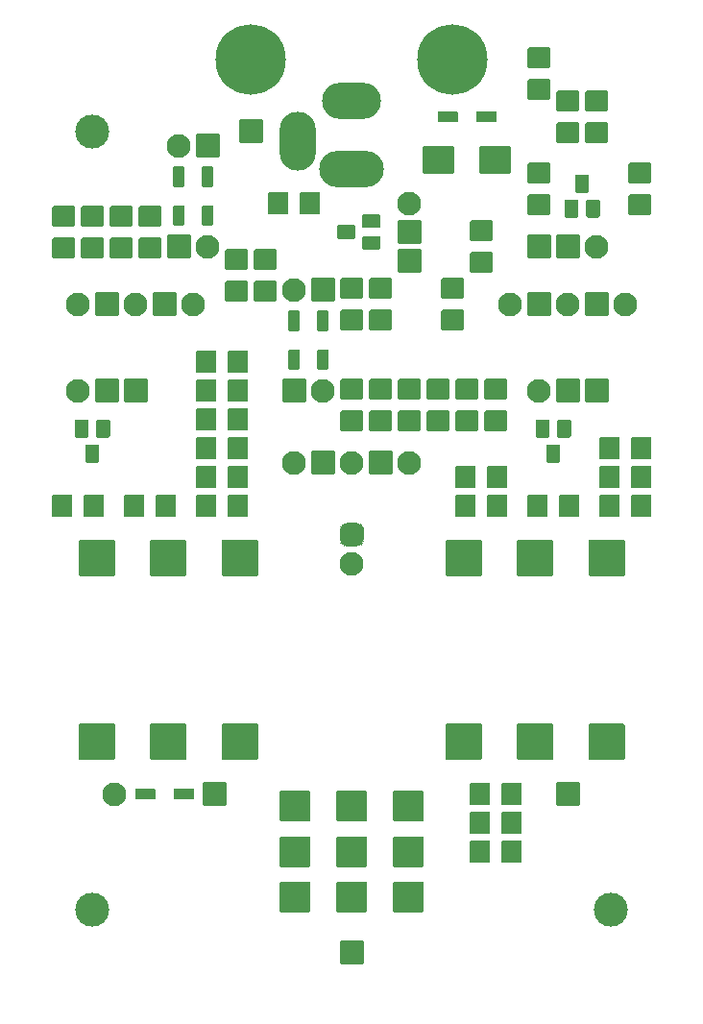
<source format=gbr>
G04 #@! TF.GenerationSoftware,KiCad,Pcbnew,5.1.12-84ad8e8a86~92~ubuntu20.04.1*
G04 #@! TF.CreationDate,2024-08-07T09:27:01+00:00*
G04 #@! TF.ProjectId,___-1.30.B-1,221a1f2d-312e-4333-902e-422d312e6b69,3B*
G04 #@! TF.SameCoordinates,Original*
G04 #@! TF.FileFunction,Soldermask,Top*
G04 #@! TF.FilePolarity,Negative*
%FSLAX46Y46*%
G04 Gerber Fmt 4.6, Leading zero omitted, Abs format (unit mm)*
G04 Created by KiCad (PCBNEW 5.1.12-84ad8e8a86~92~ubuntu20.04.1) date 2024-08-07 09:27:01*
%MOMM*%
%LPD*%
G01*
G04 APERTURE LIST*
%ADD10C,2.100000*%
%ADD11C,3.000000*%
%ADD12O,5.700000X3.200000*%
%ADD13O,3.200000X5.200000*%
%ADD14O,5.200000X3.200000*%
%ADD15C,6.200000*%
%ADD16C,0.100000*%
G04 APERTURE END LIST*
G36*
G01*
X86300000Y-162960000D02*
X86300000Y-162160000D01*
G75*
G02*
X86400000Y-162060000I100000J0D01*
G01*
X88000000Y-162060000D01*
G75*
G02*
X88100000Y-162160000I0J-100000D01*
G01*
X88100000Y-162960000D01*
G75*
G02*
X88000000Y-163060000I-100000J0D01*
G01*
X86400000Y-163060000D01*
G75*
G02*
X86300000Y-162960000I0J100000D01*
G01*
G37*
G36*
G01*
X89700000Y-162960000D02*
X89700000Y-162160000D01*
G75*
G02*
X89800000Y-162060000I100000J0D01*
G01*
X91400000Y-162060000D01*
G75*
G02*
X91500000Y-162160000I0J-100000D01*
G01*
X91500000Y-162960000D01*
G75*
G02*
X91400000Y-163060000I-100000J0D01*
G01*
X89800000Y-163060000D01*
G75*
G02*
X89700000Y-162960000I0J100000D01*
G01*
G37*
D10*
X84455000Y-162560000D03*
G36*
G01*
X92295000Y-163510000D02*
X92295000Y-161610000D01*
G75*
G02*
X92395000Y-161510000I100000J0D01*
G01*
X94295000Y-161510000D01*
G75*
G02*
X94395000Y-161610000I0J-100000D01*
G01*
X94395000Y-163510000D01*
G75*
G02*
X94295000Y-163610000I-100000J0D01*
G01*
X92395000Y-163610000D01*
G75*
G02*
X92295000Y-163510000I0J100000D01*
G01*
G37*
G36*
G01*
X119140000Y-136260000D02*
X119140000Y-138060000D01*
G75*
G02*
X119040000Y-138160000I-100000J0D01*
G01*
X117440000Y-138160000D01*
G75*
G02*
X117340000Y-138060000I0J100000D01*
G01*
X117340000Y-136260000D01*
G75*
G02*
X117440000Y-136160000I100000J0D01*
G01*
X119040000Y-136160000D01*
G75*
G02*
X119140000Y-136260000I0J-100000D01*
G01*
G37*
G36*
G01*
X116340000Y-136260000D02*
X116340000Y-138060000D01*
G75*
G02*
X116240000Y-138160000I-100000J0D01*
G01*
X114640000Y-138160000D01*
G75*
G02*
X114540000Y-138060000I0J100000D01*
G01*
X114540000Y-136260000D01*
G75*
G02*
X114640000Y-136160000I100000J0D01*
G01*
X116240000Y-136160000D01*
G75*
G02*
X116340000Y-136260000I0J-100000D01*
G01*
G37*
X129540000Y-119380000D03*
G36*
G01*
X125950000Y-120330000D02*
X125950000Y-118430000D01*
G75*
G02*
X126050000Y-118330000I100000J0D01*
G01*
X127950000Y-118330000D01*
G75*
G02*
X128050000Y-118430000I0J-100000D01*
G01*
X128050000Y-120330000D01*
G75*
G02*
X127950000Y-120430000I-100000J0D01*
G01*
X126050000Y-120430000D01*
G75*
G02*
X125950000Y-120330000I0J100000D01*
G01*
G37*
X124460000Y-119380000D03*
G36*
G01*
X120870000Y-120330000D02*
X120870000Y-118430000D01*
G75*
G02*
X120970000Y-118330000I100000J0D01*
G01*
X122870000Y-118330000D01*
G75*
G02*
X122970000Y-118430000I0J-100000D01*
G01*
X122970000Y-120330000D01*
G75*
G02*
X122870000Y-120430000I-100000J0D01*
G01*
X120970000Y-120430000D01*
G75*
G02*
X120870000Y-120330000I0J100000D01*
G01*
G37*
X119380000Y-119380000D03*
X110490000Y-133350000D03*
G36*
G01*
X106900000Y-134300000D02*
X106900000Y-132400000D01*
G75*
G02*
X107000000Y-132300000I100000J0D01*
G01*
X108900000Y-132300000D01*
G75*
G02*
X109000000Y-132400000I0J-100000D01*
G01*
X109000000Y-134300000D01*
G75*
G02*
X108900000Y-134400000I-100000J0D01*
G01*
X107000000Y-134400000D01*
G75*
G02*
X106900000Y-134300000I0J100000D01*
G01*
G37*
X105410000Y-133350000D03*
G36*
G01*
X101820000Y-134300000D02*
X101820000Y-132400000D01*
G75*
G02*
X101920000Y-132300000I100000J0D01*
G01*
X103820000Y-132300000D01*
G75*
G02*
X103920000Y-132400000I0J-100000D01*
G01*
X103920000Y-134300000D01*
G75*
G02*
X103820000Y-134400000I-100000J0D01*
G01*
X101920000Y-134400000D01*
G75*
G02*
X101820000Y-134300000I0J100000D01*
G01*
G37*
X100330000Y-133350000D03*
X91440000Y-119380000D03*
G36*
G01*
X87850000Y-120330000D02*
X87850000Y-118430000D01*
G75*
G02*
X87950000Y-118330000I100000J0D01*
G01*
X89850000Y-118330000D01*
G75*
G02*
X89950000Y-118430000I0J-100000D01*
G01*
X89950000Y-120330000D01*
G75*
G02*
X89850000Y-120430000I-100000J0D01*
G01*
X87950000Y-120430000D01*
G75*
G02*
X87850000Y-120330000I0J100000D01*
G01*
G37*
X86360000Y-119380000D03*
G36*
G01*
X82770000Y-120330000D02*
X82770000Y-118430000D01*
G75*
G02*
X82870000Y-118330000I100000J0D01*
G01*
X84770000Y-118330000D01*
G75*
G02*
X84870000Y-118430000I0J-100000D01*
G01*
X84870000Y-120330000D01*
G75*
G02*
X84770000Y-120430000I-100000J0D01*
G01*
X82870000Y-120430000D01*
G75*
G02*
X82770000Y-120330000I0J100000D01*
G01*
G37*
X81280000Y-119380000D03*
D11*
X128270000Y-172720000D03*
X82550000Y-172720000D03*
X82550000Y-104140000D03*
G36*
G01*
X83150000Y-131845000D02*
X83150000Y-133245000D01*
G75*
G02*
X83050000Y-133345000I-100000J0D01*
G01*
X82050000Y-133345000D01*
G75*
G02*
X81950000Y-133245000I0J100000D01*
G01*
X81950000Y-131845000D01*
G75*
G02*
X82050000Y-131745000I100000J0D01*
G01*
X83050000Y-131745000D01*
G75*
G02*
X83150000Y-131845000I0J-100000D01*
G01*
G37*
G36*
G01*
X82200000Y-129645000D02*
X82200000Y-131045000D01*
G75*
G02*
X82100000Y-131145000I-100000J0D01*
G01*
X81100000Y-131145000D01*
G75*
G02*
X81000000Y-131045000I0J100000D01*
G01*
X81000000Y-129645000D01*
G75*
G02*
X81100000Y-129545000I100000J0D01*
G01*
X82100000Y-129545000D01*
G75*
G02*
X82200000Y-129645000I0J-100000D01*
G01*
G37*
G36*
G01*
X84100000Y-129645000D02*
X84100000Y-131045000D01*
G75*
G02*
X84000000Y-131145000I-100000J0D01*
G01*
X83000000Y-131145000D01*
G75*
G02*
X82900000Y-131045000I0J100000D01*
G01*
X82900000Y-129645000D01*
G75*
G02*
X83000000Y-129545000I100000J0D01*
G01*
X84000000Y-129545000D01*
G75*
G02*
X84100000Y-129645000I0J-100000D01*
G01*
G37*
G36*
G01*
X105645000Y-113630000D02*
X104245000Y-113630000D01*
G75*
G02*
X104145000Y-113530000I0J100000D01*
G01*
X104145000Y-112530000D01*
G75*
G02*
X104245000Y-112430000I100000J0D01*
G01*
X105645000Y-112430000D01*
G75*
G02*
X105745000Y-112530000I0J-100000D01*
G01*
X105745000Y-113530000D01*
G75*
G02*
X105645000Y-113630000I-100000J0D01*
G01*
G37*
G36*
G01*
X107845000Y-112680000D02*
X106445000Y-112680000D01*
G75*
G02*
X106345000Y-112580000I0J100000D01*
G01*
X106345000Y-111580000D01*
G75*
G02*
X106445000Y-111480000I100000J0D01*
G01*
X107845000Y-111480000D01*
G75*
G02*
X107945000Y-111580000I0J-100000D01*
G01*
X107945000Y-112580000D01*
G75*
G02*
X107845000Y-112680000I-100000J0D01*
G01*
G37*
G36*
G01*
X107845000Y-114580000D02*
X106445000Y-114580000D01*
G75*
G02*
X106345000Y-114480000I0J100000D01*
G01*
X106345000Y-113480000D01*
G75*
G02*
X106445000Y-113380000I100000J0D01*
G01*
X107845000Y-113380000D01*
G75*
G02*
X107945000Y-113480000I0J-100000D01*
G01*
X107945000Y-114480000D01*
G75*
G02*
X107845000Y-114580000I-100000J0D01*
G01*
G37*
G36*
G01*
X124180000Y-111655000D02*
X124180000Y-110255000D01*
G75*
G02*
X124280000Y-110155000I100000J0D01*
G01*
X125280000Y-110155000D01*
G75*
G02*
X125380000Y-110255000I0J-100000D01*
G01*
X125380000Y-111655000D01*
G75*
G02*
X125280000Y-111755000I-100000J0D01*
G01*
X124280000Y-111755000D01*
G75*
G02*
X124180000Y-111655000I0J100000D01*
G01*
G37*
G36*
G01*
X126080000Y-111655000D02*
X126080000Y-110255000D01*
G75*
G02*
X126180000Y-110155000I100000J0D01*
G01*
X127180000Y-110155000D01*
G75*
G02*
X127280000Y-110255000I0J-100000D01*
G01*
X127280000Y-111655000D01*
G75*
G02*
X127180000Y-111755000I-100000J0D01*
G01*
X126180000Y-111755000D01*
G75*
G02*
X126080000Y-111655000I0J100000D01*
G01*
G37*
G36*
G01*
X125130000Y-109455000D02*
X125130000Y-108055000D01*
G75*
G02*
X125230000Y-107955000I100000J0D01*
G01*
X126230000Y-107955000D01*
G75*
G02*
X126330000Y-108055000I0J-100000D01*
G01*
X126330000Y-109455000D01*
G75*
G02*
X126230000Y-109555000I-100000J0D01*
G01*
X125230000Y-109555000D01*
G75*
G02*
X125130000Y-109455000I0J100000D01*
G01*
G37*
G36*
G01*
X123790000Y-131845000D02*
X123790000Y-133245000D01*
G75*
G02*
X123690000Y-133345000I-100000J0D01*
G01*
X122690000Y-133345000D01*
G75*
G02*
X122590000Y-133245000I0J100000D01*
G01*
X122590000Y-131845000D01*
G75*
G02*
X122690000Y-131745000I100000J0D01*
G01*
X123690000Y-131745000D01*
G75*
G02*
X123790000Y-131845000I0J-100000D01*
G01*
G37*
G36*
G01*
X122840000Y-129645000D02*
X122840000Y-131045000D01*
G75*
G02*
X122740000Y-131145000I-100000J0D01*
G01*
X121740000Y-131145000D01*
G75*
G02*
X121640000Y-131045000I0J100000D01*
G01*
X121640000Y-129645000D01*
G75*
G02*
X121740000Y-129545000I100000J0D01*
G01*
X122740000Y-129545000D01*
G75*
G02*
X122840000Y-129645000I0J-100000D01*
G01*
G37*
G36*
G01*
X124740000Y-129645000D02*
X124740000Y-131045000D01*
G75*
G02*
X124640000Y-131145000I-100000J0D01*
G01*
X123640000Y-131145000D01*
G75*
G02*
X123540000Y-131045000I0J100000D01*
G01*
X123540000Y-129645000D01*
G75*
G02*
X123640000Y-129545000I100000J0D01*
G01*
X124640000Y-129545000D01*
G75*
G02*
X124740000Y-129645000I0J-100000D01*
G01*
G37*
G36*
G01*
X109540000Y-114520000D02*
X111440000Y-114520000D01*
G75*
G02*
X111540000Y-114620000I0J-100000D01*
G01*
X111540000Y-116520000D01*
G75*
G02*
X111440000Y-116620000I-100000J0D01*
G01*
X109540000Y-116620000D01*
G75*
G02*
X109440000Y-116520000I0J100000D01*
G01*
X109440000Y-114620000D01*
G75*
G02*
X109540000Y-114520000I100000J0D01*
G01*
G37*
G36*
G01*
X109540000Y-111980000D02*
X111440000Y-111980000D01*
G75*
G02*
X111540000Y-112080000I0J-100000D01*
G01*
X111540000Y-113980000D01*
G75*
G02*
X111440000Y-114080000I-100000J0D01*
G01*
X109540000Y-114080000D01*
G75*
G02*
X109440000Y-113980000I0J100000D01*
G01*
X109440000Y-112080000D01*
G75*
G02*
X109540000Y-111980000I100000J0D01*
G01*
G37*
D10*
X110490000Y-110490000D03*
G36*
G01*
X122970000Y-113350000D02*
X122970000Y-115250000D01*
G75*
G02*
X122870000Y-115350000I-100000J0D01*
G01*
X120970000Y-115350000D01*
G75*
G02*
X120870000Y-115250000I0J100000D01*
G01*
X120870000Y-113350000D01*
G75*
G02*
X120970000Y-113250000I100000J0D01*
G01*
X122870000Y-113250000D01*
G75*
G02*
X122970000Y-113350000I0J-100000D01*
G01*
G37*
G36*
G01*
X125510000Y-113350000D02*
X125510000Y-115250000D01*
G75*
G02*
X125410000Y-115350000I-100000J0D01*
G01*
X123510000Y-115350000D01*
G75*
G02*
X123410000Y-115250000I0J100000D01*
G01*
X123410000Y-113350000D01*
G75*
G02*
X123510000Y-113250000I100000J0D01*
G01*
X125410000Y-113250000D01*
G75*
G02*
X125510000Y-113350000I0J-100000D01*
G01*
G37*
X127000000Y-114300000D03*
G36*
G01*
X125950000Y-127950000D02*
X125950000Y-126050000D01*
G75*
G02*
X126050000Y-125950000I100000J0D01*
G01*
X127950000Y-125950000D01*
G75*
G02*
X128050000Y-126050000I0J-100000D01*
G01*
X128050000Y-127950000D01*
G75*
G02*
X127950000Y-128050000I-100000J0D01*
G01*
X126050000Y-128050000D01*
G75*
G02*
X125950000Y-127950000I0J100000D01*
G01*
G37*
G36*
G01*
X123410000Y-127950000D02*
X123410000Y-126050000D01*
G75*
G02*
X123510000Y-125950000I100000J0D01*
G01*
X125410000Y-125950000D01*
G75*
G02*
X125510000Y-126050000I0J-100000D01*
G01*
X125510000Y-127950000D01*
G75*
G02*
X125410000Y-128050000I-100000J0D01*
G01*
X123510000Y-128050000D01*
G75*
G02*
X123410000Y-127950000I0J100000D01*
G01*
G37*
X121920000Y-127000000D03*
G36*
G01*
X85310000Y-127950000D02*
X85310000Y-126050000D01*
G75*
G02*
X85410000Y-125950000I100000J0D01*
G01*
X87310000Y-125950000D01*
G75*
G02*
X87410000Y-126050000I0J-100000D01*
G01*
X87410000Y-127950000D01*
G75*
G02*
X87310000Y-128050000I-100000J0D01*
G01*
X85410000Y-128050000D01*
G75*
G02*
X85310000Y-127950000I0J100000D01*
G01*
G37*
G36*
G01*
X82770000Y-127950000D02*
X82770000Y-126050000D01*
G75*
G02*
X82870000Y-125950000I100000J0D01*
G01*
X84770000Y-125950000D01*
G75*
G02*
X84870000Y-126050000I0J-100000D01*
G01*
X84870000Y-127950000D01*
G75*
G02*
X84770000Y-128050000I-100000J0D01*
G01*
X82870000Y-128050000D01*
G75*
G02*
X82770000Y-127950000I0J100000D01*
G01*
G37*
X81280000Y-127000000D03*
G36*
G01*
X84190000Y-110730000D02*
X85990000Y-110730000D01*
G75*
G02*
X86090000Y-110830000I0J-100000D01*
G01*
X86090000Y-112430000D01*
G75*
G02*
X85990000Y-112530000I-100000J0D01*
G01*
X84190000Y-112530000D01*
G75*
G02*
X84090000Y-112430000I0J100000D01*
G01*
X84090000Y-110830000D01*
G75*
G02*
X84190000Y-110730000I100000J0D01*
G01*
G37*
G36*
G01*
X84190000Y-113530000D02*
X85990000Y-113530000D01*
G75*
G02*
X86090000Y-113630000I0J-100000D01*
G01*
X86090000Y-115230000D01*
G75*
G02*
X85990000Y-115330000I-100000J0D01*
G01*
X84190000Y-115330000D01*
G75*
G02*
X84090000Y-115230000I0J100000D01*
G01*
X84090000Y-113630000D01*
G75*
G02*
X84190000Y-113530000I100000J0D01*
G01*
G37*
G36*
G01*
X91680000Y-125360000D02*
X91680000Y-123560000D01*
G75*
G02*
X91780000Y-123460000I100000J0D01*
G01*
X93380000Y-123460000D01*
G75*
G02*
X93480000Y-123560000I0J-100000D01*
G01*
X93480000Y-125360000D01*
G75*
G02*
X93380000Y-125460000I-100000J0D01*
G01*
X91780000Y-125460000D01*
G75*
G02*
X91680000Y-125360000I0J100000D01*
G01*
G37*
G36*
G01*
X94480000Y-125360000D02*
X94480000Y-123560000D01*
G75*
G02*
X94580000Y-123460000I100000J0D01*
G01*
X96180000Y-123460000D01*
G75*
G02*
X96280000Y-123560000I0J-100000D01*
G01*
X96280000Y-125360000D01*
G75*
G02*
X96180000Y-125460000I-100000J0D01*
G01*
X94580000Y-125460000D01*
G75*
G02*
X94480000Y-125360000I0J100000D01*
G01*
G37*
G36*
G01*
X88530000Y-115330000D02*
X86730000Y-115330000D01*
G75*
G02*
X86630000Y-115230000I0J100000D01*
G01*
X86630000Y-113630000D01*
G75*
G02*
X86730000Y-113530000I100000J0D01*
G01*
X88530000Y-113530000D01*
G75*
G02*
X88630000Y-113630000I0J-100000D01*
G01*
X88630000Y-115230000D01*
G75*
G02*
X88530000Y-115330000I-100000J0D01*
G01*
G37*
G36*
G01*
X88530000Y-112530000D02*
X86730000Y-112530000D01*
G75*
G02*
X86630000Y-112430000I0J100000D01*
G01*
X86630000Y-110830000D01*
G75*
G02*
X86730000Y-110730000I100000J0D01*
G01*
X88530000Y-110730000D01*
G75*
G02*
X88630000Y-110830000I0J-100000D01*
G01*
X88630000Y-112430000D01*
G75*
G02*
X88530000Y-112530000I-100000J0D01*
G01*
G37*
G36*
G01*
X122820000Y-98560000D02*
X121020000Y-98560000D01*
G75*
G02*
X120920000Y-98460000I0J100000D01*
G01*
X120920000Y-96860000D01*
G75*
G02*
X121020000Y-96760000I100000J0D01*
G01*
X122820000Y-96760000D01*
G75*
G02*
X122920000Y-96860000I0J-100000D01*
G01*
X122920000Y-98460000D01*
G75*
G02*
X122820000Y-98560000I-100000J0D01*
G01*
G37*
G36*
G01*
X122820000Y-101360000D02*
X121020000Y-101360000D01*
G75*
G02*
X120920000Y-101260000I0J100000D01*
G01*
X120920000Y-99660000D01*
G75*
G02*
X121020000Y-99560000I100000J0D01*
G01*
X122820000Y-99560000D01*
G75*
G02*
X122920000Y-99660000I0J-100000D01*
G01*
X122920000Y-101260000D01*
G75*
G02*
X122820000Y-101360000I-100000J0D01*
G01*
G37*
G36*
G01*
X131710000Y-111520000D02*
X129910000Y-111520000D01*
G75*
G02*
X129810000Y-111420000I0J100000D01*
G01*
X129810000Y-109820000D01*
G75*
G02*
X129910000Y-109720000I100000J0D01*
G01*
X131710000Y-109720000D01*
G75*
G02*
X131810000Y-109820000I0J-100000D01*
G01*
X131810000Y-111420000D01*
G75*
G02*
X131710000Y-111520000I-100000J0D01*
G01*
G37*
G36*
G01*
X131710000Y-108720000D02*
X129910000Y-108720000D01*
G75*
G02*
X129810000Y-108620000I0J100000D01*
G01*
X129810000Y-107020000D01*
G75*
G02*
X129910000Y-106920000I100000J0D01*
G01*
X131710000Y-106920000D01*
G75*
G02*
X131810000Y-107020000I0J-100000D01*
G01*
X131810000Y-108620000D01*
G75*
G02*
X131710000Y-108720000I-100000J0D01*
G01*
G37*
G36*
G01*
X108850000Y-130570000D02*
X107050000Y-130570000D01*
G75*
G02*
X106950000Y-130470000I0J100000D01*
G01*
X106950000Y-128870000D01*
G75*
G02*
X107050000Y-128770000I100000J0D01*
G01*
X108850000Y-128770000D01*
G75*
G02*
X108950000Y-128870000I0J-100000D01*
G01*
X108950000Y-130470000D01*
G75*
G02*
X108850000Y-130570000I-100000J0D01*
G01*
G37*
G36*
G01*
X108850000Y-127770000D02*
X107050000Y-127770000D01*
G75*
G02*
X106950000Y-127670000I0J100000D01*
G01*
X106950000Y-126070000D01*
G75*
G02*
X107050000Y-125970000I100000J0D01*
G01*
X108850000Y-125970000D01*
G75*
G02*
X108950000Y-126070000I0J-100000D01*
G01*
X108950000Y-127670000D01*
G75*
G02*
X108850000Y-127770000I-100000J0D01*
G01*
G37*
G36*
G01*
X109590000Y-125970000D02*
X111390000Y-125970000D01*
G75*
G02*
X111490000Y-126070000I0J-100000D01*
G01*
X111490000Y-127670000D01*
G75*
G02*
X111390000Y-127770000I-100000J0D01*
G01*
X109590000Y-127770000D01*
G75*
G02*
X109490000Y-127670000I0J100000D01*
G01*
X109490000Y-126070000D01*
G75*
G02*
X109590000Y-125970000I100000J0D01*
G01*
G37*
G36*
G01*
X109590000Y-128770000D02*
X111390000Y-128770000D01*
G75*
G02*
X111490000Y-128870000I0J-100000D01*
G01*
X111490000Y-130470000D01*
G75*
G02*
X111390000Y-130570000I-100000J0D01*
G01*
X109590000Y-130570000D01*
G75*
G02*
X109490000Y-130470000I0J100000D01*
G01*
X109490000Y-128870000D01*
G75*
G02*
X109590000Y-128770000I100000J0D01*
G01*
G37*
G36*
G01*
X130040000Y-132980000D02*
X130040000Y-131180000D01*
G75*
G02*
X130140000Y-131080000I100000J0D01*
G01*
X131740000Y-131080000D01*
G75*
G02*
X131840000Y-131180000I0J-100000D01*
G01*
X131840000Y-132980000D01*
G75*
G02*
X131740000Y-133080000I-100000J0D01*
G01*
X130140000Y-133080000D01*
G75*
G02*
X130040000Y-132980000I0J100000D01*
G01*
G37*
G36*
G01*
X127240000Y-132980000D02*
X127240000Y-131180000D01*
G75*
G02*
X127340000Y-131080000I100000J0D01*
G01*
X128940000Y-131080000D01*
G75*
G02*
X129040000Y-131180000I0J-100000D01*
G01*
X129040000Y-132980000D01*
G75*
G02*
X128940000Y-133080000I-100000J0D01*
G01*
X127340000Y-133080000D01*
G75*
G02*
X127240000Y-132980000I0J100000D01*
G01*
G37*
G36*
G01*
X91680000Y-127900000D02*
X91680000Y-126100000D01*
G75*
G02*
X91780000Y-126000000I100000J0D01*
G01*
X93380000Y-126000000D01*
G75*
G02*
X93480000Y-126100000I0J-100000D01*
G01*
X93480000Y-127900000D01*
G75*
G02*
X93380000Y-128000000I-100000J0D01*
G01*
X91780000Y-128000000D01*
G75*
G02*
X91680000Y-127900000I0J100000D01*
G01*
G37*
G36*
G01*
X94480000Y-127900000D02*
X94480000Y-126100000D01*
G75*
G02*
X94580000Y-126000000I100000J0D01*
G01*
X96180000Y-126000000D01*
G75*
G02*
X96280000Y-126100000I0J-100000D01*
G01*
X96280000Y-127900000D01*
G75*
G02*
X96180000Y-128000000I-100000J0D01*
G01*
X94580000Y-128000000D01*
G75*
G02*
X94480000Y-127900000I0J100000D01*
G01*
G37*
G36*
G01*
X96280000Y-136260000D02*
X96280000Y-138060000D01*
G75*
G02*
X96180000Y-138160000I-100000J0D01*
G01*
X94580000Y-138160000D01*
G75*
G02*
X94480000Y-138060000I0J100000D01*
G01*
X94480000Y-136260000D01*
G75*
G02*
X94580000Y-136160000I100000J0D01*
G01*
X96180000Y-136160000D01*
G75*
G02*
X96280000Y-136260000I0J-100000D01*
G01*
G37*
G36*
G01*
X93480000Y-136260000D02*
X93480000Y-138060000D01*
G75*
G02*
X93380000Y-138160000I-100000J0D01*
G01*
X91780000Y-138160000D01*
G75*
G02*
X91680000Y-138060000I0J100000D01*
G01*
X91680000Y-136260000D01*
G75*
G02*
X91780000Y-136160000I100000J0D01*
G01*
X93380000Y-136160000D01*
G75*
G02*
X93480000Y-136260000I0J-100000D01*
G01*
G37*
G36*
G01*
X117610000Y-161660000D02*
X117610000Y-163460000D01*
G75*
G02*
X117510000Y-163560000I-100000J0D01*
G01*
X115910000Y-163560000D01*
G75*
G02*
X115810000Y-163460000I0J100000D01*
G01*
X115810000Y-161660000D01*
G75*
G02*
X115910000Y-161560000I100000J0D01*
G01*
X117510000Y-161560000D01*
G75*
G02*
X117610000Y-161660000I0J-100000D01*
G01*
G37*
G36*
G01*
X120410000Y-161660000D02*
X120410000Y-163460000D01*
G75*
G02*
X120310000Y-163560000I-100000J0D01*
G01*
X118710000Y-163560000D01*
G75*
G02*
X118610000Y-163460000I0J100000D01*
G01*
X118610000Y-161660000D01*
G75*
G02*
X118710000Y-161560000I100000J0D01*
G01*
X120310000Y-161560000D01*
G75*
G02*
X120410000Y-161660000I0J-100000D01*
G01*
G37*
G36*
G01*
X117610000Y-166740000D02*
X117610000Y-168540000D01*
G75*
G02*
X117510000Y-168640000I-100000J0D01*
G01*
X115910000Y-168640000D01*
G75*
G02*
X115810000Y-168540000I0J100000D01*
G01*
X115810000Y-166740000D01*
G75*
G02*
X115910000Y-166640000I100000J0D01*
G01*
X117510000Y-166640000D01*
G75*
G02*
X117610000Y-166740000I0J-100000D01*
G01*
G37*
G36*
G01*
X120410000Y-166740000D02*
X120410000Y-168540000D01*
G75*
G02*
X120310000Y-168640000I-100000J0D01*
G01*
X118710000Y-168640000D01*
G75*
G02*
X118610000Y-168540000I0J100000D01*
G01*
X118610000Y-166740000D01*
G75*
G02*
X118710000Y-166640000I100000J0D01*
G01*
X120310000Y-166640000D01*
G75*
G02*
X120410000Y-166740000I0J-100000D01*
G01*
G37*
G36*
G01*
X114470000Y-105580000D02*
X114470000Y-107780000D01*
G75*
G02*
X114370000Y-107880000I-100000J0D01*
G01*
X111770000Y-107880000D01*
G75*
G02*
X111670000Y-107780000I0J100000D01*
G01*
X111670000Y-105580000D01*
G75*
G02*
X111770000Y-105480000I100000J0D01*
G01*
X114370000Y-105480000D01*
G75*
G02*
X114470000Y-105580000I0J-100000D01*
G01*
G37*
G36*
G01*
X119470000Y-105580000D02*
X119470000Y-107780000D01*
G75*
G02*
X119370000Y-107880000I-100000J0D01*
G01*
X116770000Y-107880000D01*
G75*
G02*
X116670000Y-107780000I0J100000D01*
G01*
X116670000Y-105580000D01*
G75*
G02*
X116770000Y-105480000I100000J0D01*
G01*
X119370000Y-105480000D01*
G75*
G02*
X119470000Y-105580000I0J-100000D01*
G01*
G37*
G36*
G01*
X116370000Y-103270000D02*
X116370000Y-102470000D01*
G75*
G02*
X116470000Y-102370000I100000J0D01*
G01*
X118070000Y-102370000D01*
G75*
G02*
X118170000Y-102470000I0J-100000D01*
G01*
X118170000Y-103270000D01*
G75*
G02*
X118070000Y-103370000I-100000J0D01*
G01*
X116470000Y-103370000D01*
G75*
G02*
X116370000Y-103270000I0J100000D01*
G01*
G37*
G36*
G01*
X112970000Y-103270000D02*
X112970000Y-102470000D01*
G75*
G02*
X113070000Y-102370000I100000J0D01*
G01*
X114670000Y-102370000D01*
G75*
G02*
X114770000Y-102470000I0J-100000D01*
G01*
X114770000Y-103270000D01*
G75*
G02*
X114670000Y-103370000I-100000J0D01*
G01*
X113070000Y-103370000D01*
G75*
G02*
X112970000Y-103270000I0J100000D01*
G01*
G37*
G36*
G01*
X99380000Y-125950000D02*
X101280000Y-125950000D01*
G75*
G02*
X101380000Y-126050000I0J-100000D01*
G01*
X101380000Y-127950000D01*
G75*
G02*
X101280000Y-128050000I-100000J0D01*
G01*
X99380000Y-128050000D01*
G75*
G02*
X99280000Y-127950000I0J100000D01*
G01*
X99280000Y-126050000D01*
G75*
G02*
X99380000Y-125950000I100000J0D01*
G01*
G37*
X100330000Y-118110000D03*
G36*
G01*
X99930000Y-123355000D02*
X100730000Y-123355000D01*
G75*
G02*
X100830000Y-123455000I0J-100000D01*
G01*
X100830000Y-125055000D01*
G75*
G02*
X100730000Y-125155000I-100000J0D01*
G01*
X99930000Y-125155000D01*
G75*
G02*
X99830000Y-125055000I0J100000D01*
G01*
X99830000Y-123455000D01*
G75*
G02*
X99930000Y-123355000I100000J0D01*
G01*
G37*
G36*
G01*
X99930000Y-119955000D02*
X100730000Y-119955000D01*
G75*
G02*
X100830000Y-120055000I0J-100000D01*
G01*
X100830000Y-121655000D01*
G75*
G02*
X100730000Y-121755000I-100000J0D01*
G01*
X99930000Y-121755000D01*
G75*
G02*
X99830000Y-121655000I0J100000D01*
G01*
X99830000Y-120055000D01*
G75*
G02*
X99930000Y-119955000I100000J0D01*
G01*
G37*
G36*
G01*
X103820000Y-119160000D02*
X101920000Y-119160000D01*
G75*
G02*
X101820000Y-119060000I0J100000D01*
G01*
X101820000Y-117160000D01*
G75*
G02*
X101920000Y-117060000I100000J0D01*
G01*
X103820000Y-117060000D01*
G75*
G02*
X103920000Y-117160000I0J-100000D01*
G01*
X103920000Y-119060000D01*
G75*
G02*
X103820000Y-119160000I-100000J0D01*
G01*
G37*
X102870000Y-127000000D03*
G36*
G01*
X103270000Y-121755000D02*
X102470000Y-121755000D01*
G75*
G02*
X102370000Y-121655000I0J100000D01*
G01*
X102370000Y-120055000D01*
G75*
G02*
X102470000Y-119955000I100000J0D01*
G01*
X103270000Y-119955000D01*
G75*
G02*
X103370000Y-120055000I0J-100000D01*
G01*
X103370000Y-121655000D01*
G75*
G02*
X103270000Y-121755000I-100000J0D01*
G01*
G37*
G36*
G01*
X103270000Y-125155000D02*
X102470000Y-125155000D01*
G75*
G02*
X102370000Y-125055000I0J100000D01*
G01*
X102370000Y-123455000D01*
G75*
G02*
X102470000Y-123355000I100000J0D01*
G01*
X103270000Y-123355000D01*
G75*
G02*
X103370000Y-123455000I0J-100000D01*
G01*
X103370000Y-125055000D01*
G75*
G02*
X103270000Y-125155000I-100000J0D01*
G01*
G37*
G36*
G01*
X89220000Y-113250000D02*
X91120000Y-113250000D01*
G75*
G02*
X91220000Y-113350000I0J-100000D01*
G01*
X91220000Y-115250000D01*
G75*
G02*
X91120000Y-115350000I-100000J0D01*
G01*
X89220000Y-115350000D01*
G75*
G02*
X89120000Y-115250000I0J100000D01*
G01*
X89120000Y-113350000D01*
G75*
G02*
X89220000Y-113250000I100000J0D01*
G01*
G37*
X90170000Y-105410000D03*
G36*
G01*
X89770000Y-110655000D02*
X90570000Y-110655000D01*
G75*
G02*
X90670000Y-110755000I0J-100000D01*
G01*
X90670000Y-112355000D01*
G75*
G02*
X90570000Y-112455000I-100000J0D01*
G01*
X89770000Y-112455000D01*
G75*
G02*
X89670000Y-112355000I0J100000D01*
G01*
X89670000Y-110755000D01*
G75*
G02*
X89770000Y-110655000I100000J0D01*
G01*
G37*
G36*
G01*
X89770000Y-107255000D02*
X90570000Y-107255000D01*
G75*
G02*
X90670000Y-107355000I0J-100000D01*
G01*
X90670000Y-108955000D01*
G75*
G02*
X90570000Y-109055000I-100000J0D01*
G01*
X89770000Y-109055000D01*
G75*
G02*
X89670000Y-108955000I0J100000D01*
G01*
X89670000Y-107355000D01*
G75*
G02*
X89770000Y-107255000I100000J0D01*
G01*
G37*
G36*
G01*
X93660000Y-106460000D02*
X91760000Y-106460000D01*
G75*
G02*
X91660000Y-106360000I0J100000D01*
G01*
X91660000Y-104460000D01*
G75*
G02*
X91760000Y-104360000I100000J0D01*
G01*
X93660000Y-104360000D01*
G75*
G02*
X93760000Y-104460000I0J-100000D01*
G01*
X93760000Y-106360000D01*
G75*
G02*
X93660000Y-106460000I-100000J0D01*
G01*
G37*
X92710000Y-114300000D03*
G36*
G01*
X93110000Y-109055000D02*
X92310000Y-109055000D01*
G75*
G02*
X92210000Y-108955000I0J100000D01*
G01*
X92210000Y-107355000D01*
G75*
G02*
X92310000Y-107255000I100000J0D01*
G01*
X93110000Y-107255000D01*
G75*
G02*
X93210000Y-107355000I0J-100000D01*
G01*
X93210000Y-108955000D01*
G75*
G02*
X93110000Y-109055000I-100000J0D01*
G01*
G37*
G36*
G01*
X93110000Y-112455000D02*
X92310000Y-112455000D01*
G75*
G02*
X92210000Y-112355000I0J100000D01*
G01*
X92210000Y-110755000D01*
G75*
G02*
X92310000Y-110655000I100000J0D01*
G01*
X93110000Y-110655000D01*
G75*
G02*
X93210000Y-110755000I0J-100000D01*
G01*
X93210000Y-112355000D01*
G75*
G02*
X93110000Y-112455000I-100000J0D01*
G01*
G37*
G36*
G01*
X116780000Y-159560000D02*
X113780000Y-159560000D01*
G75*
G02*
X113680000Y-159460000I0J100000D01*
G01*
X113680000Y-156460000D01*
G75*
G02*
X113780000Y-156360000I100000J0D01*
G01*
X116780000Y-156360000D01*
G75*
G02*
X116880000Y-156460000I0J-100000D01*
G01*
X116880000Y-159460000D01*
G75*
G02*
X116780000Y-159560000I-100000J0D01*
G01*
G37*
G36*
G01*
X123080000Y-159560000D02*
X120080000Y-159560000D01*
G75*
G02*
X119980000Y-159460000I0J100000D01*
G01*
X119980000Y-156460000D01*
G75*
G02*
X120080000Y-156360000I100000J0D01*
G01*
X123080000Y-156360000D01*
G75*
G02*
X123180000Y-156460000I0J-100000D01*
G01*
X123180000Y-159460000D01*
G75*
G02*
X123080000Y-159560000I-100000J0D01*
G01*
G37*
G36*
G01*
X129380000Y-159560000D02*
X126380000Y-159560000D01*
G75*
G02*
X126280000Y-159460000I0J100000D01*
G01*
X126280000Y-156460000D01*
G75*
G02*
X126380000Y-156360000I100000J0D01*
G01*
X129380000Y-156360000D01*
G75*
G02*
X129480000Y-156460000I0J-100000D01*
G01*
X129480000Y-159460000D01*
G75*
G02*
X129380000Y-159560000I-100000J0D01*
G01*
G37*
G36*
G01*
X116780000Y-143360000D02*
X113780000Y-143360000D01*
G75*
G02*
X113680000Y-143260000I0J100000D01*
G01*
X113680000Y-140260000D01*
G75*
G02*
X113780000Y-140160000I100000J0D01*
G01*
X116780000Y-140160000D01*
G75*
G02*
X116880000Y-140260000I0J-100000D01*
G01*
X116880000Y-143260000D01*
G75*
G02*
X116780000Y-143360000I-100000J0D01*
G01*
G37*
G36*
G01*
X123080000Y-143360000D02*
X120080000Y-143360000D01*
G75*
G02*
X119980000Y-143260000I0J100000D01*
G01*
X119980000Y-140260000D01*
G75*
G02*
X120080000Y-140160000I100000J0D01*
G01*
X123080000Y-140160000D01*
G75*
G02*
X123180000Y-140260000I0J-100000D01*
G01*
X123180000Y-143260000D01*
G75*
G02*
X123080000Y-143360000I-100000J0D01*
G01*
G37*
G36*
G01*
X129380000Y-143360000D02*
X126380000Y-143360000D01*
G75*
G02*
X126280000Y-143260000I0J100000D01*
G01*
X126280000Y-140260000D01*
G75*
G02*
X126380000Y-140160000I100000J0D01*
G01*
X129380000Y-140160000D01*
G75*
G02*
X129480000Y-140260000I0J-100000D01*
G01*
X129480000Y-143260000D01*
G75*
G02*
X129380000Y-143360000I-100000J0D01*
G01*
G37*
G36*
G01*
X94040000Y-140160000D02*
X97040000Y-140160000D01*
G75*
G02*
X97140000Y-140260000I0J-100000D01*
G01*
X97140000Y-143260000D01*
G75*
G02*
X97040000Y-143360000I-100000J0D01*
G01*
X94040000Y-143360000D01*
G75*
G02*
X93940000Y-143260000I0J100000D01*
G01*
X93940000Y-140260000D01*
G75*
G02*
X94040000Y-140160000I100000J0D01*
G01*
G37*
G36*
G01*
X87740000Y-140160000D02*
X90740000Y-140160000D01*
G75*
G02*
X90840000Y-140260000I0J-100000D01*
G01*
X90840000Y-143260000D01*
G75*
G02*
X90740000Y-143360000I-100000J0D01*
G01*
X87740000Y-143360000D01*
G75*
G02*
X87640000Y-143260000I0J100000D01*
G01*
X87640000Y-140260000D01*
G75*
G02*
X87740000Y-140160000I100000J0D01*
G01*
G37*
G36*
G01*
X81440000Y-140160000D02*
X84440000Y-140160000D01*
G75*
G02*
X84540000Y-140260000I0J-100000D01*
G01*
X84540000Y-143260000D01*
G75*
G02*
X84440000Y-143360000I-100000J0D01*
G01*
X81440000Y-143360000D01*
G75*
G02*
X81340000Y-143260000I0J100000D01*
G01*
X81340000Y-140260000D01*
G75*
G02*
X81440000Y-140160000I100000J0D01*
G01*
G37*
G36*
G01*
X94040000Y-156360000D02*
X97040000Y-156360000D01*
G75*
G02*
X97140000Y-156460000I0J-100000D01*
G01*
X97140000Y-159460000D01*
G75*
G02*
X97040000Y-159560000I-100000J0D01*
G01*
X94040000Y-159560000D01*
G75*
G02*
X93940000Y-159460000I0J100000D01*
G01*
X93940000Y-156460000D01*
G75*
G02*
X94040000Y-156360000I100000J0D01*
G01*
G37*
G36*
G01*
X87740000Y-156360000D02*
X90740000Y-156360000D01*
G75*
G02*
X90840000Y-156460000I0J-100000D01*
G01*
X90840000Y-159460000D01*
G75*
G02*
X90740000Y-159560000I-100000J0D01*
G01*
X87740000Y-159560000D01*
G75*
G02*
X87640000Y-159460000I0J100000D01*
G01*
X87640000Y-156460000D01*
G75*
G02*
X87740000Y-156360000I100000J0D01*
G01*
G37*
G36*
G01*
X81440000Y-156360000D02*
X84440000Y-156360000D01*
G75*
G02*
X84540000Y-156460000I0J-100000D01*
G01*
X84540000Y-159460000D01*
G75*
G02*
X84440000Y-159560000I-100000J0D01*
G01*
X81440000Y-159560000D01*
G75*
G02*
X81340000Y-159460000I0J100000D01*
G01*
X81340000Y-156460000D01*
G75*
G02*
X81440000Y-156360000I100000J0D01*
G01*
G37*
D12*
X105410000Y-107480000D03*
D13*
X100610000Y-104980000D03*
D14*
X105410000Y-101480000D03*
D10*
X105410000Y-142240000D03*
G36*
G01*
X105830000Y-140750000D02*
X104990000Y-140750000D01*
G75*
G02*
X104360000Y-140120000I0J630000D01*
G01*
X104360000Y-139280000D01*
G75*
G02*
X104990000Y-138650000I630000J0D01*
G01*
X105830000Y-138650000D01*
G75*
G02*
X106460000Y-139280000I0J-630000D01*
G01*
X106460000Y-140120000D01*
G75*
G02*
X105830000Y-140750000I-630000J0D01*
G01*
G37*
G36*
G01*
X109060000Y-168890000D02*
X109060000Y-166390000D01*
G75*
G02*
X109160000Y-166290000I100000J0D01*
G01*
X111660000Y-166290000D01*
G75*
G02*
X111760000Y-166390000I0J-100000D01*
G01*
X111760000Y-168890000D01*
G75*
G02*
X111660000Y-168990000I-100000J0D01*
G01*
X109160000Y-168990000D01*
G75*
G02*
X109060000Y-168890000I0J100000D01*
G01*
G37*
G36*
G01*
X109060000Y-172890000D02*
X109060000Y-170390000D01*
G75*
G02*
X109160000Y-170290000I100000J0D01*
G01*
X111660000Y-170290000D01*
G75*
G02*
X111760000Y-170390000I0J-100000D01*
G01*
X111760000Y-172890000D01*
G75*
G02*
X111660000Y-172990000I-100000J0D01*
G01*
X109160000Y-172990000D01*
G75*
G02*
X109060000Y-172890000I0J100000D01*
G01*
G37*
G36*
G01*
X109060000Y-164890000D02*
X109060000Y-162390000D01*
G75*
G02*
X109160000Y-162290000I100000J0D01*
G01*
X111660000Y-162290000D01*
G75*
G02*
X111760000Y-162390000I0J-100000D01*
G01*
X111760000Y-164890000D01*
G75*
G02*
X111660000Y-164990000I-100000J0D01*
G01*
X109160000Y-164990000D01*
G75*
G02*
X109060000Y-164890000I0J100000D01*
G01*
G37*
G36*
G01*
X104060000Y-168890000D02*
X104060000Y-166390000D01*
G75*
G02*
X104160000Y-166290000I100000J0D01*
G01*
X106660000Y-166290000D01*
G75*
G02*
X106760000Y-166390000I0J-100000D01*
G01*
X106760000Y-168890000D01*
G75*
G02*
X106660000Y-168990000I-100000J0D01*
G01*
X104160000Y-168990000D01*
G75*
G02*
X104060000Y-168890000I0J100000D01*
G01*
G37*
G36*
G01*
X104060000Y-172890000D02*
X104060000Y-170390000D01*
G75*
G02*
X104160000Y-170290000I100000J0D01*
G01*
X106660000Y-170290000D01*
G75*
G02*
X106760000Y-170390000I0J-100000D01*
G01*
X106760000Y-172890000D01*
G75*
G02*
X106660000Y-172990000I-100000J0D01*
G01*
X104160000Y-172990000D01*
G75*
G02*
X104060000Y-172890000I0J100000D01*
G01*
G37*
G36*
G01*
X104060000Y-164890000D02*
X104060000Y-162390000D01*
G75*
G02*
X104160000Y-162290000I100000J0D01*
G01*
X106660000Y-162290000D01*
G75*
G02*
X106760000Y-162390000I0J-100000D01*
G01*
X106760000Y-164890000D01*
G75*
G02*
X106660000Y-164990000I-100000J0D01*
G01*
X104160000Y-164990000D01*
G75*
G02*
X104060000Y-164890000I0J100000D01*
G01*
G37*
G36*
G01*
X99060000Y-164890000D02*
X99060000Y-162390000D01*
G75*
G02*
X99160000Y-162290000I100000J0D01*
G01*
X101660000Y-162290000D01*
G75*
G02*
X101760000Y-162390000I0J-100000D01*
G01*
X101760000Y-164890000D01*
G75*
G02*
X101660000Y-164990000I-100000J0D01*
G01*
X99160000Y-164990000D01*
G75*
G02*
X99060000Y-164890000I0J100000D01*
G01*
G37*
G36*
G01*
X99060000Y-168890000D02*
X99060000Y-166390000D01*
G75*
G02*
X99160000Y-166290000I100000J0D01*
G01*
X101660000Y-166290000D01*
G75*
G02*
X101760000Y-166390000I0J-100000D01*
G01*
X101760000Y-168890000D01*
G75*
G02*
X101660000Y-168990000I-100000J0D01*
G01*
X99160000Y-168990000D01*
G75*
G02*
X99060000Y-168890000I0J100000D01*
G01*
G37*
G36*
G01*
X99060000Y-172890000D02*
X99060000Y-170390000D01*
G75*
G02*
X99160000Y-170290000I100000J0D01*
G01*
X101660000Y-170290000D01*
G75*
G02*
X101760000Y-170390000I0J-100000D01*
G01*
X101760000Y-172890000D01*
G75*
G02*
X101660000Y-172990000I-100000J0D01*
G01*
X99160000Y-172990000D01*
G75*
G02*
X99060000Y-172890000I0J100000D01*
G01*
G37*
D15*
X114300000Y-97790000D03*
X96520000Y-97790000D03*
G36*
G01*
X123410000Y-163510000D02*
X123410000Y-161610000D01*
G75*
G02*
X123510000Y-161510000I100000J0D01*
G01*
X125410000Y-161510000D01*
G75*
G02*
X125510000Y-161610000I0J-100000D01*
G01*
X125510000Y-163510000D01*
G75*
G02*
X125410000Y-163610000I-100000J0D01*
G01*
X123510000Y-163610000D01*
G75*
G02*
X123410000Y-163510000I0J100000D01*
G01*
G37*
G36*
G01*
X95470000Y-105090000D02*
X95470000Y-103190000D01*
G75*
G02*
X95570000Y-103090000I100000J0D01*
G01*
X97470000Y-103090000D01*
G75*
G02*
X97570000Y-103190000I0J-100000D01*
G01*
X97570000Y-105090000D01*
G75*
G02*
X97470000Y-105190000I-100000J0D01*
G01*
X95570000Y-105190000D01*
G75*
G02*
X95470000Y-105090000I0J100000D01*
G01*
G37*
G36*
G01*
X104360000Y-177480000D02*
X104360000Y-175580000D01*
G75*
G02*
X104460000Y-175480000I100000J0D01*
G01*
X106360000Y-175480000D01*
G75*
G02*
X106460000Y-175580000I0J-100000D01*
G01*
X106460000Y-177480000D01*
G75*
G02*
X106360000Y-177580000I-100000J0D01*
G01*
X104460000Y-177580000D01*
G75*
G02*
X104360000Y-177480000I0J100000D01*
G01*
G37*
G36*
G01*
X96150000Y-116340000D02*
X94350000Y-116340000D01*
G75*
G02*
X94250000Y-116240000I0J100000D01*
G01*
X94250000Y-114640000D01*
G75*
G02*
X94350000Y-114540000I100000J0D01*
G01*
X96150000Y-114540000D01*
G75*
G02*
X96250000Y-114640000I0J-100000D01*
G01*
X96250000Y-116240000D01*
G75*
G02*
X96150000Y-116340000I-100000J0D01*
G01*
G37*
G36*
G01*
X96150000Y-119140000D02*
X94350000Y-119140000D01*
G75*
G02*
X94250000Y-119040000I0J100000D01*
G01*
X94250000Y-117440000D01*
G75*
G02*
X94350000Y-117340000I100000J0D01*
G01*
X96150000Y-117340000D01*
G75*
G02*
X96250000Y-117440000I0J-100000D01*
G01*
X96250000Y-119040000D01*
G75*
G02*
X96150000Y-119140000I-100000J0D01*
G01*
G37*
G36*
G01*
X104510000Y-117080000D02*
X106310000Y-117080000D01*
G75*
G02*
X106410000Y-117180000I0J-100000D01*
G01*
X106410000Y-118780000D01*
G75*
G02*
X106310000Y-118880000I-100000J0D01*
G01*
X104510000Y-118880000D01*
G75*
G02*
X104410000Y-118780000I0J100000D01*
G01*
X104410000Y-117180000D01*
G75*
G02*
X104510000Y-117080000I100000J0D01*
G01*
G37*
G36*
G01*
X104510000Y-119880000D02*
X106310000Y-119880000D01*
G75*
G02*
X106410000Y-119980000I0J-100000D01*
G01*
X106410000Y-121580000D01*
G75*
G02*
X106310000Y-121680000I-100000J0D01*
G01*
X104510000Y-121680000D01*
G75*
G02*
X104410000Y-121580000I0J100000D01*
G01*
X104410000Y-119980000D01*
G75*
G02*
X104510000Y-119880000I100000J0D01*
G01*
G37*
G36*
G01*
X117210000Y-125970000D02*
X119010000Y-125970000D01*
G75*
G02*
X119110000Y-126070000I0J-100000D01*
G01*
X119110000Y-127670000D01*
G75*
G02*
X119010000Y-127770000I-100000J0D01*
G01*
X117210000Y-127770000D01*
G75*
G02*
X117110000Y-127670000I0J100000D01*
G01*
X117110000Y-126070000D01*
G75*
G02*
X117210000Y-125970000I100000J0D01*
G01*
G37*
G36*
G01*
X117210000Y-128770000D02*
X119010000Y-128770000D01*
G75*
G02*
X119110000Y-128870000I0J-100000D01*
G01*
X119110000Y-130470000D01*
G75*
G02*
X119010000Y-130570000I-100000J0D01*
G01*
X117210000Y-130570000D01*
G75*
G02*
X117110000Y-130470000I0J100000D01*
G01*
X117110000Y-128870000D01*
G75*
G02*
X117210000Y-128770000I100000J0D01*
G01*
G37*
G36*
G01*
X127240000Y-135520000D02*
X127240000Y-133720000D01*
G75*
G02*
X127340000Y-133620000I100000J0D01*
G01*
X128940000Y-133620000D01*
G75*
G02*
X129040000Y-133720000I0J-100000D01*
G01*
X129040000Y-135520000D01*
G75*
G02*
X128940000Y-135620000I-100000J0D01*
G01*
X127340000Y-135620000D01*
G75*
G02*
X127240000Y-135520000I0J100000D01*
G01*
G37*
G36*
G01*
X130040000Y-135520000D02*
X130040000Y-133720000D01*
G75*
G02*
X130140000Y-133620000I100000J0D01*
G01*
X131740000Y-133620000D01*
G75*
G02*
X131840000Y-133720000I0J-100000D01*
G01*
X131840000Y-135520000D01*
G75*
G02*
X131740000Y-135620000I-100000J0D01*
G01*
X130140000Y-135620000D01*
G75*
G02*
X130040000Y-135520000I0J100000D01*
G01*
G37*
G36*
G01*
X131840000Y-136260000D02*
X131840000Y-138060000D01*
G75*
G02*
X131740000Y-138160000I-100000J0D01*
G01*
X130140000Y-138160000D01*
G75*
G02*
X130040000Y-138060000I0J100000D01*
G01*
X130040000Y-136260000D01*
G75*
G02*
X130140000Y-136160000I100000J0D01*
G01*
X131740000Y-136160000D01*
G75*
G02*
X131840000Y-136260000I0J-100000D01*
G01*
G37*
G36*
G01*
X129040000Y-136260000D02*
X129040000Y-138060000D01*
G75*
G02*
X128940000Y-138160000I-100000J0D01*
G01*
X127340000Y-138160000D01*
G75*
G02*
X127240000Y-138060000I0J100000D01*
G01*
X127240000Y-136260000D01*
G75*
G02*
X127340000Y-136160000I100000J0D01*
G01*
X128940000Y-136160000D01*
G75*
G02*
X129040000Y-136260000I0J-100000D01*
G01*
G37*
G36*
G01*
X118610000Y-166000000D02*
X118610000Y-164200000D01*
G75*
G02*
X118710000Y-164100000I100000J0D01*
G01*
X120310000Y-164100000D01*
G75*
G02*
X120410000Y-164200000I0J-100000D01*
G01*
X120410000Y-166000000D01*
G75*
G02*
X120310000Y-166100000I-100000J0D01*
G01*
X118710000Y-166100000D01*
G75*
G02*
X118610000Y-166000000I0J100000D01*
G01*
G37*
G36*
G01*
X115810000Y-166000000D02*
X115810000Y-164200000D01*
G75*
G02*
X115910000Y-164100000I100000J0D01*
G01*
X117510000Y-164100000D01*
G75*
G02*
X117610000Y-164200000I0J-100000D01*
G01*
X117610000Y-166000000D01*
G75*
G02*
X117510000Y-166100000I-100000J0D01*
G01*
X115910000Y-166100000D01*
G75*
G02*
X115810000Y-166000000I0J100000D01*
G01*
G37*
G36*
G01*
X114670000Y-125970000D02*
X116470000Y-125970000D01*
G75*
G02*
X116570000Y-126070000I0J-100000D01*
G01*
X116570000Y-127670000D01*
G75*
G02*
X116470000Y-127770000I-100000J0D01*
G01*
X114670000Y-127770000D01*
G75*
G02*
X114570000Y-127670000I0J100000D01*
G01*
X114570000Y-126070000D01*
G75*
G02*
X114670000Y-125970000I100000J0D01*
G01*
G37*
G36*
G01*
X114670000Y-128770000D02*
X116470000Y-128770000D01*
G75*
G02*
X116570000Y-128870000I0J-100000D01*
G01*
X116570000Y-130470000D01*
G75*
G02*
X116470000Y-130570000I-100000J0D01*
G01*
X114670000Y-130570000D01*
G75*
G02*
X114570000Y-130470000I0J100000D01*
G01*
X114570000Y-128870000D01*
G75*
G02*
X114670000Y-128770000I100000J0D01*
G01*
G37*
G36*
G01*
X113930000Y-130570000D02*
X112130000Y-130570000D01*
G75*
G02*
X112030000Y-130470000I0J100000D01*
G01*
X112030000Y-128870000D01*
G75*
G02*
X112130000Y-128770000I100000J0D01*
G01*
X113930000Y-128770000D01*
G75*
G02*
X114030000Y-128870000I0J-100000D01*
G01*
X114030000Y-130470000D01*
G75*
G02*
X113930000Y-130570000I-100000J0D01*
G01*
G37*
G36*
G01*
X113930000Y-127770000D02*
X112130000Y-127770000D01*
G75*
G02*
X112030000Y-127670000I0J100000D01*
G01*
X112030000Y-126070000D01*
G75*
G02*
X112130000Y-125970000I100000J0D01*
G01*
X113930000Y-125970000D01*
G75*
G02*
X114030000Y-126070000I0J-100000D01*
G01*
X114030000Y-127670000D01*
G75*
G02*
X113930000Y-127770000I-100000J0D01*
G01*
G37*
G36*
G01*
X117340000Y-135520000D02*
X117340000Y-133720000D01*
G75*
G02*
X117440000Y-133620000I100000J0D01*
G01*
X119040000Y-133620000D01*
G75*
G02*
X119140000Y-133720000I0J-100000D01*
G01*
X119140000Y-135520000D01*
G75*
G02*
X119040000Y-135620000I-100000J0D01*
G01*
X117440000Y-135620000D01*
G75*
G02*
X117340000Y-135520000I0J100000D01*
G01*
G37*
G36*
G01*
X114540000Y-135520000D02*
X114540000Y-133720000D01*
G75*
G02*
X114640000Y-133620000I100000J0D01*
G01*
X116240000Y-133620000D01*
G75*
G02*
X116340000Y-133720000I0J-100000D01*
G01*
X116340000Y-135520000D01*
G75*
G02*
X116240000Y-135620000I-100000J0D01*
G01*
X114640000Y-135620000D01*
G75*
G02*
X114540000Y-135520000I0J100000D01*
G01*
G37*
G36*
G01*
X126100000Y-103370000D02*
X127900000Y-103370000D01*
G75*
G02*
X128000000Y-103470000I0J-100000D01*
G01*
X128000000Y-105070000D01*
G75*
G02*
X127900000Y-105170000I-100000J0D01*
G01*
X126100000Y-105170000D01*
G75*
G02*
X126000000Y-105070000I0J100000D01*
G01*
X126000000Y-103470000D01*
G75*
G02*
X126100000Y-103370000I100000J0D01*
G01*
G37*
G36*
G01*
X126100000Y-100570000D02*
X127900000Y-100570000D01*
G75*
G02*
X128000000Y-100670000I0J-100000D01*
G01*
X128000000Y-102270000D01*
G75*
G02*
X127900000Y-102370000I-100000J0D01*
G01*
X126100000Y-102370000D01*
G75*
G02*
X126000000Y-102270000I0J100000D01*
G01*
X126000000Y-100670000D01*
G75*
G02*
X126100000Y-100570000I100000J0D01*
G01*
G37*
G36*
G01*
X98030000Y-111390000D02*
X98030000Y-109590000D01*
G75*
G02*
X98130000Y-109490000I100000J0D01*
G01*
X99730000Y-109490000D01*
G75*
G02*
X99830000Y-109590000I0J-100000D01*
G01*
X99830000Y-111390000D01*
G75*
G02*
X99730000Y-111490000I-100000J0D01*
G01*
X98130000Y-111490000D01*
G75*
G02*
X98030000Y-111390000I0J100000D01*
G01*
G37*
G36*
G01*
X100830000Y-111390000D02*
X100830000Y-109590000D01*
G75*
G02*
X100930000Y-109490000I100000J0D01*
G01*
X102530000Y-109490000D01*
G75*
G02*
X102630000Y-109590000I0J-100000D01*
G01*
X102630000Y-111390000D01*
G75*
G02*
X102530000Y-111490000I-100000J0D01*
G01*
X100930000Y-111490000D01*
G75*
G02*
X100830000Y-111390000I0J100000D01*
G01*
G37*
G36*
G01*
X123560000Y-103370000D02*
X125360000Y-103370000D01*
G75*
G02*
X125460000Y-103470000I0J-100000D01*
G01*
X125460000Y-105070000D01*
G75*
G02*
X125360000Y-105170000I-100000J0D01*
G01*
X123560000Y-105170000D01*
G75*
G02*
X123460000Y-105070000I0J100000D01*
G01*
X123460000Y-103470000D01*
G75*
G02*
X123560000Y-103370000I100000J0D01*
G01*
G37*
G36*
G01*
X123560000Y-100570000D02*
X125360000Y-100570000D01*
G75*
G02*
X125460000Y-100670000I0J-100000D01*
G01*
X125460000Y-102270000D01*
G75*
G02*
X125360000Y-102370000I-100000J0D01*
G01*
X123560000Y-102370000D01*
G75*
G02*
X123460000Y-102270000I0J100000D01*
G01*
X123460000Y-100670000D01*
G75*
G02*
X123560000Y-100570000I100000J0D01*
G01*
G37*
G36*
G01*
X115200000Y-121680000D02*
X113400000Y-121680000D01*
G75*
G02*
X113300000Y-121580000I0J100000D01*
G01*
X113300000Y-119980000D01*
G75*
G02*
X113400000Y-119880000I100000J0D01*
G01*
X115200000Y-119880000D01*
G75*
G02*
X115300000Y-119980000I0J-100000D01*
G01*
X115300000Y-121580000D01*
G75*
G02*
X115200000Y-121680000I-100000J0D01*
G01*
G37*
G36*
G01*
X115200000Y-118880000D02*
X113400000Y-118880000D01*
G75*
G02*
X113300000Y-118780000I0J100000D01*
G01*
X113300000Y-117180000D01*
G75*
G02*
X113400000Y-117080000I100000J0D01*
G01*
X115200000Y-117080000D01*
G75*
G02*
X115300000Y-117180000I0J-100000D01*
G01*
X115300000Y-118780000D01*
G75*
G02*
X115200000Y-118880000I-100000J0D01*
G01*
G37*
G36*
G01*
X79110000Y-110730000D02*
X80910000Y-110730000D01*
G75*
G02*
X81010000Y-110830000I0J-100000D01*
G01*
X81010000Y-112430000D01*
G75*
G02*
X80910000Y-112530000I-100000J0D01*
G01*
X79110000Y-112530000D01*
G75*
G02*
X79010000Y-112430000I0J100000D01*
G01*
X79010000Y-110830000D01*
G75*
G02*
X79110000Y-110730000I100000J0D01*
G01*
G37*
G36*
G01*
X79110000Y-113530000D02*
X80910000Y-113530000D01*
G75*
G02*
X81010000Y-113630000I0J-100000D01*
G01*
X81010000Y-115230000D01*
G75*
G02*
X80910000Y-115330000I-100000J0D01*
G01*
X79110000Y-115330000D01*
G75*
G02*
X79010000Y-115230000I0J100000D01*
G01*
X79010000Y-113630000D01*
G75*
G02*
X79110000Y-113530000I100000J0D01*
G01*
G37*
G36*
G01*
X117740000Y-116600000D02*
X115940000Y-116600000D01*
G75*
G02*
X115840000Y-116500000I0J100000D01*
G01*
X115840000Y-114900000D01*
G75*
G02*
X115940000Y-114800000I100000J0D01*
G01*
X117740000Y-114800000D01*
G75*
G02*
X117840000Y-114900000I0J-100000D01*
G01*
X117840000Y-116500000D01*
G75*
G02*
X117740000Y-116600000I-100000J0D01*
G01*
G37*
G36*
G01*
X117740000Y-113800000D02*
X115940000Y-113800000D01*
G75*
G02*
X115840000Y-113700000I0J100000D01*
G01*
X115840000Y-112100000D01*
G75*
G02*
X115940000Y-112000000I100000J0D01*
G01*
X117740000Y-112000000D01*
G75*
G02*
X117840000Y-112100000I0J-100000D01*
G01*
X117840000Y-113700000D01*
G75*
G02*
X117740000Y-113800000I-100000J0D01*
G01*
G37*
G36*
G01*
X122820000Y-111520000D02*
X121020000Y-111520000D01*
G75*
G02*
X120920000Y-111420000I0J100000D01*
G01*
X120920000Y-109820000D01*
G75*
G02*
X121020000Y-109720000I100000J0D01*
G01*
X122820000Y-109720000D01*
G75*
G02*
X122920000Y-109820000I0J-100000D01*
G01*
X122920000Y-111420000D01*
G75*
G02*
X122820000Y-111520000I-100000J0D01*
G01*
G37*
G36*
G01*
X122820000Y-108720000D02*
X121020000Y-108720000D01*
G75*
G02*
X120920000Y-108620000I0J100000D01*
G01*
X120920000Y-107020000D01*
G75*
G02*
X121020000Y-106920000I100000J0D01*
G01*
X122820000Y-106920000D01*
G75*
G02*
X122920000Y-107020000I0J-100000D01*
G01*
X122920000Y-108620000D01*
G75*
G02*
X122820000Y-108720000I-100000J0D01*
G01*
G37*
G36*
G01*
X98690000Y-119140000D02*
X96890000Y-119140000D01*
G75*
G02*
X96790000Y-119040000I0J100000D01*
G01*
X96790000Y-117440000D01*
G75*
G02*
X96890000Y-117340000I100000J0D01*
G01*
X98690000Y-117340000D01*
G75*
G02*
X98790000Y-117440000I0J-100000D01*
G01*
X98790000Y-119040000D01*
G75*
G02*
X98690000Y-119140000I-100000J0D01*
G01*
G37*
G36*
G01*
X98690000Y-116340000D02*
X96890000Y-116340000D01*
G75*
G02*
X96790000Y-116240000I0J100000D01*
G01*
X96790000Y-114640000D01*
G75*
G02*
X96890000Y-114540000I100000J0D01*
G01*
X98690000Y-114540000D01*
G75*
G02*
X98790000Y-114640000I0J-100000D01*
G01*
X98790000Y-116240000D01*
G75*
G02*
X98690000Y-116340000I-100000J0D01*
G01*
G37*
G36*
G01*
X107050000Y-117080000D02*
X108850000Y-117080000D01*
G75*
G02*
X108950000Y-117180000I0J-100000D01*
G01*
X108950000Y-118780000D01*
G75*
G02*
X108850000Y-118880000I-100000J0D01*
G01*
X107050000Y-118880000D01*
G75*
G02*
X106950000Y-118780000I0J100000D01*
G01*
X106950000Y-117180000D01*
G75*
G02*
X107050000Y-117080000I100000J0D01*
G01*
G37*
G36*
G01*
X107050000Y-119880000D02*
X108850000Y-119880000D01*
G75*
G02*
X108950000Y-119980000I0J-100000D01*
G01*
X108950000Y-121580000D01*
G75*
G02*
X108850000Y-121680000I-100000J0D01*
G01*
X107050000Y-121680000D01*
G75*
G02*
X106950000Y-121580000I0J100000D01*
G01*
X106950000Y-119980000D01*
G75*
G02*
X107050000Y-119880000I100000J0D01*
G01*
G37*
G36*
G01*
X81650000Y-113530000D02*
X83450000Y-113530000D01*
G75*
G02*
X83550000Y-113630000I0J-100000D01*
G01*
X83550000Y-115230000D01*
G75*
G02*
X83450000Y-115330000I-100000J0D01*
G01*
X81650000Y-115330000D01*
G75*
G02*
X81550000Y-115230000I0J100000D01*
G01*
X81550000Y-113630000D01*
G75*
G02*
X81650000Y-113530000I100000J0D01*
G01*
G37*
G36*
G01*
X81650000Y-110730000D02*
X83450000Y-110730000D01*
G75*
G02*
X83550000Y-110830000I0J-100000D01*
G01*
X83550000Y-112430000D01*
G75*
G02*
X83450000Y-112530000I-100000J0D01*
G01*
X81650000Y-112530000D01*
G75*
G02*
X81550000Y-112430000I0J100000D01*
G01*
X81550000Y-110830000D01*
G75*
G02*
X81650000Y-110730000I100000J0D01*
G01*
G37*
G36*
G01*
X104510000Y-125970000D02*
X106310000Y-125970000D01*
G75*
G02*
X106410000Y-126070000I0J-100000D01*
G01*
X106410000Y-127670000D01*
G75*
G02*
X106310000Y-127770000I-100000J0D01*
G01*
X104510000Y-127770000D01*
G75*
G02*
X104410000Y-127670000I0J100000D01*
G01*
X104410000Y-126070000D01*
G75*
G02*
X104510000Y-125970000I100000J0D01*
G01*
G37*
G36*
G01*
X104510000Y-128770000D02*
X106310000Y-128770000D01*
G75*
G02*
X106410000Y-128870000I0J-100000D01*
G01*
X106410000Y-130470000D01*
G75*
G02*
X106310000Y-130570000I-100000J0D01*
G01*
X104510000Y-130570000D01*
G75*
G02*
X104410000Y-130470000I0J100000D01*
G01*
X104410000Y-128870000D01*
G75*
G02*
X104510000Y-128770000I100000J0D01*
G01*
G37*
G36*
G01*
X96280000Y-128640000D02*
X96280000Y-130440000D01*
G75*
G02*
X96180000Y-130540000I-100000J0D01*
G01*
X94580000Y-130540000D01*
G75*
G02*
X94480000Y-130440000I0J100000D01*
G01*
X94480000Y-128640000D01*
G75*
G02*
X94580000Y-128540000I100000J0D01*
G01*
X96180000Y-128540000D01*
G75*
G02*
X96280000Y-128640000I0J-100000D01*
G01*
G37*
G36*
G01*
X93480000Y-128640000D02*
X93480000Y-130440000D01*
G75*
G02*
X93380000Y-130540000I-100000J0D01*
G01*
X91780000Y-130540000D01*
G75*
G02*
X91680000Y-130440000I0J100000D01*
G01*
X91680000Y-128640000D01*
G75*
G02*
X91780000Y-128540000I100000J0D01*
G01*
X93380000Y-128540000D01*
G75*
G02*
X93480000Y-128640000I0J-100000D01*
G01*
G37*
G36*
G01*
X91680000Y-132980000D02*
X91680000Y-131180000D01*
G75*
G02*
X91780000Y-131080000I100000J0D01*
G01*
X93380000Y-131080000D01*
G75*
G02*
X93480000Y-131180000I0J-100000D01*
G01*
X93480000Y-132980000D01*
G75*
G02*
X93380000Y-133080000I-100000J0D01*
G01*
X91780000Y-133080000D01*
G75*
G02*
X91680000Y-132980000I0J100000D01*
G01*
G37*
G36*
G01*
X94480000Y-132980000D02*
X94480000Y-131180000D01*
G75*
G02*
X94580000Y-131080000I100000J0D01*
G01*
X96180000Y-131080000D01*
G75*
G02*
X96280000Y-131180000I0J-100000D01*
G01*
X96280000Y-132980000D01*
G75*
G02*
X96180000Y-133080000I-100000J0D01*
G01*
X94580000Y-133080000D01*
G75*
G02*
X94480000Y-132980000I0J100000D01*
G01*
G37*
G36*
G01*
X91680000Y-135520000D02*
X91680000Y-133720000D01*
G75*
G02*
X91780000Y-133620000I100000J0D01*
G01*
X93380000Y-133620000D01*
G75*
G02*
X93480000Y-133720000I0J-100000D01*
G01*
X93480000Y-135520000D01*
G75*
G02*
X93380000Y-135620000I-100000J0D01*
G01*
X91780000Y-135620000D01*
G75*
G02*
X91680000Y-135520000I0J100000D01*
G01*
G37*
G36*
G01*
X94480000Y-135520000D02*
X94480000Y-133720000D01*
G75*
G02*
X94580000Y-133620000I100000J0D01*
G01*
X96180000Y-133620000D01*
G75*
G02*
X96280000Y-133720000I0J-100000D01*
G01*
X96280000Y-135520000D01*
G75*
G02*
X96180000Y-135620000I-100000J0D01*
G01*
X94580000Y-135620000D01*
G75*
G02*
X94480000Y-135520000I0J100000D01*
G01*
G37*
G36*
G01*
X88130000Y-138060000D02*
X88130000Y-136260000D01*
G75*
G02*
X88230000Y-136160000I100000J0D01*
G01*
X89830000Y-136160000D01*
G75*
G02*
X89930000Y-136260000I0J-100000D01*
G01*
X89930000Y-138060000D01*
G75*
G02*
X89830000Y-138160000I-100000J0D01*
G01*
X88230000Y-138160000D01*
G75*
G02*
X88130000Y-138060000I0J100000D01*
G01*
G37*
G36*
G01*
X85330000Y-138060000D02*
X85330000Y-136260000D01*
G75*
G02*
X85430000Y-136160000I100000J0D01*
G01*
X87030000Y-136160000D01*
G75*
G02*
X87130000Y-136260000I0J-100000D01*
G01*
X87130000Y-138060000D01*
G75*
G02*
X87030000Y-138160000I-100000J0D01*
G01*
X85430000Y-138160000D01*
G75*
G02*
X85330000Y-138060000I0J100000D01*
G01*
G37*
G36*
G01*
X80780000Y-136260000D02*
X80780000Y-138060000D01*
G75*
G02*
X80680000Y-138160000I-100000J0D01*
G01*
X79080000Y-138160000D01*
G75*
G02*
X78980000Y-138060000I0J100000D01*
G01*
X78980000Y-136260000D01*
G75*
G02*
X79080000Y-136160000I100000J0D01*
G01*
X80680000Y-136160000D01*
G75*
G02*
X80780000Y-136260000I0J-100000D01*
G01*
G37*
G36*
G01*
X83580000Y-136260000D02*
X83580000Y-138060000D01*
G75*
G02*
X83480000Y-138160000I-100000J0D01*
G01*
X81880000Y-138160000D01*
G75*
G02*
X81780000Y-138060000I0J100000D01*
G01*
X81780000Y-136260000D01*
G75*
G02*
X81880000Y-136160000I100000J0D01*
G01*
X83480000Y-136160000D01*
G75*
G02*
X83580000Y-136260000I0J-100000D01*
G01*
G37*
G36*
G01*
X125490000Y-136260000D02*
X125490000Y-138060000D01*
G75*
G02*
X125390000Y-138160000I-100000J0D01*
G01*
X123790000Y-138160000D01*
G75*
G02*
X123690000Y-138060000I0J100000D01*
G01*
X123690000Y-136260000D01*
G75*
G02*
X123790000Y-136160000I100000J0D01*
G01*
X125390000Y-136160000D01*
G75*
G02*
X125490000Y-136260000I0J-100000D01*
G01*
G37*
G36*
G01*
X122690000Y-136260000D02*
X122690000Y-138060000D01*
G75*
G02*
X122590000Y-138160000I-100000J0D01*
G01*
X120990000Y-138160000D01*
G75*
G02*
X120890000Y-138060000I0J100000D01*
G01*
X120890000Y-136260000D01*
G75*
G02*
X120990000Y-136160000I100000J0D01*
G01*
X122590000Y-136160000D01*
G75*
G02*
X122690000Y-136260000I0J-100000D01*
G01*
G37*
D16*
G36*
X104361990Y-140119804D02*
G01*
X104374075Y-140242512D01*
X104409813Y-140360322D01*
X104467845Y-140468893D01*
X104545944Y-140564056D01*
X104641107Y-140642155D01*
X104749678Y-140700187D01*
X104867488Y-140735925D01*
X104990196Y-140748010D01*
X104991822Y-140749175D01*
X104991626Y-140751165D01*
X104990000Y-140752000D01*
X104954908Y-140752000D01*
X104954712Y-140751990D01*
X104834797Y-140740179D01*
X104834412Y-140740103D01*
X104723820Y-140706556D01*
X104723458Y-140706406D01*
X104621540Y-140651930D01*
X104621214Y-140651712D01*
X104531880Y-140578397D01*
X104531603Y-140578120D01*
X104458288Y-140488786D01*
X104458070Y-140488460D01*
X104403594Y-140386542D01*
X104403444Y-140386180D01*
X104369897Y-140275588D01*
X104369821Y-140275203D01*
X104358010Y-140155288D01*
X104358000Y-140155092D01*
X104358000Y-140120000D01*
X104359000Y-140118268D01*
X104361000Y-140118268D01*
X104361990Y-140119804D01*
G37*
G36*
X106461165Y-140118374D02*
G01*
X106462000Y-140120000D01*
X106462000Y-140155092D01*
X106461990Y-140155288D01*
X106450179Y-140275203D01*
X106450103Y-140275588D01*
X106416556Y-140386180D01*
X106416406Y-140386542D01*
X106361930Y-140488460D01*
X106361712Y-140488786D01*
X106288397Y-140578120D01*
X106288120Y-140578397D01*
X106198786Y-140651712D01*
X106198460Y-140651930D01*
X106096542Y-140706406D01*
X106096180Y-140706556D01*
X105985588Y-140740103D01*
X105985203Y-140740179D01*
X105865288Y-140751990D01*
X105865092Y-140752000D01*
X105830000Y-140752000D01*
X105828268Y-140751000D01*
X105828268Y-140749000D01*
X105829804Y-140748010D01*
X105952512Y-140735925D01*
X106070322Y-140700187D01*
X106178893Y-140642155D01*
X106274056Y-140564056D01*
X106352155Y-140468893D01*
X106410187Y-140360322D01*
X106445925Y-140242512D01*
X106458010Y-140119804D01*
X106459175Y-140118178D01*
X106461165Y-140118374D01*
G37*
G36*
X104991732Y-138649000D02*
G01*
X104991732Y-138651000D01*
X104990196Y-138651990D01*
X104867488Y-138664075D01*
X104749678Y-138699813D01*
X104641107Y-138757845D01*
X104545944Y-138835944D01*
X104467845Y-138931107D01*
X104409813Y-139039678D01*
X104374075Y-139157488D01*
X104361990Y-139280196D01*
X104360825Y-139281822D01*
X104358835Y-139281626D01*
X104358000Y-139280000D01*
X104358000Y-139244908D01*
X104358010Y-139244712D01*
X104369821Y-139124797D01*
X104369897Y-139124412D01*
X104403444Y-139013820D01*
X104403594Y-139013458D01*
X104458070Y-138911540D01*
X104458288Y-138911214D01*
X104531603Y-138821880D01*
X104531880Y-138821603D01*
X104621214Y-138748288D01*
X104621540Y-138748070D01*
X104723458Y-138693594D01*
X104723820Y-138693444D01*
X104834412Y-138659897D01*
X104834797Y-138659821D01*
X104954712Y-138648010D01*
X104954908Y-138648000D01*
X104990000Y-138648000D01*
X104991732Y-138649000D01*
G37*
G36*
X105865288Y-138648010D02*
G01*
X105985203Y-138659821D01*
X105985588Y-138659897D01*
X106096180Y-138693444D01*
X106096542Y-138693594D01*
X106198460Y-138748070D01*
X106198786Y-138748288D01*
X106288120Y-138821603D01*
X106288397Y-138821880D01*
X106361712Y-138911214D01*
X106361930Y-138911540D01*
X106416406Y-139013458D01*
X106416556Y-139013820D01*
X106450103Y-139124412D01*
X106450179Y-139124797D01*
X106461990Y-139244712D01*
X106462000Y-139244908D01*
X106462000Y-139280000D01*
X106461000Y-139281732D01*
X106459000Y-139281732D01*
X106458010Y-139280196D01*
X106445925Y-139157488D01*
X106410187Y-139039678D01*
X106352155Y-138931107D01*
X106274056Y-138835944D01*
X106178893Y-138757845D01*
X106070322Y-138699813D01*
X105952512Y-138664075D01*
X105829804Y-138651990D01*
X105828178Y-138650825D01*
X105828374Y-138648835D01*
X105830000Y-138648000D01*
X105865092Y-138648000D01*
X105865288Y-138648010D01*
G37*
M02*

</source>
